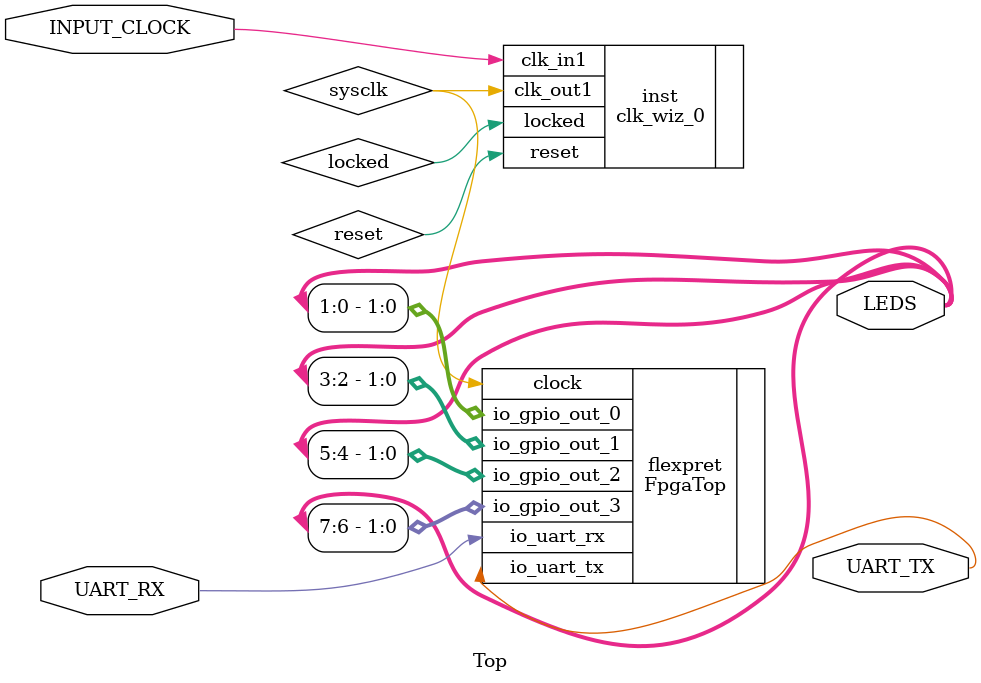
<source format=v>
`timescale 1ns / 1ps

module Top(
  input INPUT_CLOCK,
  output [7:0] LEDS,
  output UART_TX,
  input UART_RX
);

  // Outputs
  wire sysclk;

  clk_wiz_0 inst(
      // Clock out ports  
      .clk_out1(sysclk),
      // Status and control signals               
      .reset(reset), 
      .locked(locked),
     // Clock in ports
      .clk_in1(INPUT_CLOCK)
  );
 
  FpgaTop flexpret(
    .clock(sysclk),
    .io_gpio_out_0(LEDS[1:0]),
    .io_gpio_out_1(LEDS[3:2]),
    .io_gpio_out_2(LEDS[5:4]),
    .io_gpio_out_3(LEDS[7:6]),
    .io_uart_rx(UART_RX),
    .io_uart_tx(UART_TX)
  );

endmodule

</source>
